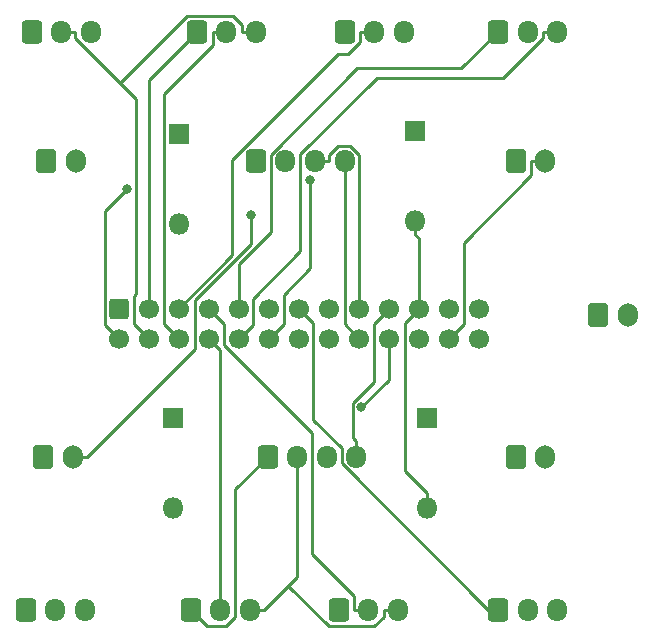
<source format=gbr>
%TF.GenerationSoftware,KiCad,Pcbnew,9.0.4*%
%TF.CreationDate,2025-11-10T14:31:51+11:00*%
%TF.ProjectId,Jet Ranger COM and NAV,4a657420-5261-46e6-9765-7220434f4d20,rev?*%
%TF.SameCoordinates,Original*%
%TF.FileFunction,Copper,L1,Top*%
%TF.FilePolarity,Positive*%
%FSLAX46Y46*%
G04 Gerber Fmt 4.6, Leading zero omitted, Abs format (unit mm)*
G04 Created by KiCad (PCBNEW 9.0.4) date 2025-11-10 14:31:51*
%MOMM*%
%LPD*%
G01*
G04 APERTURE LIST*
G04 Aperture macros list*
%AMRoundRect*
0 Rectangle with rounded corners*
0 $1 Rounding radius*
0 $2 $3 $4 $5 $6 $7 $8 $9 X,Y pos of 4 corners*
0 Add a 4 corners polygon primitive as box body*
4,1,4,$2,$3,$4,$5,$6,$7,$8,$9,$2,$3,0*
0 Add four circle primitives for the rounded corners*
1,1,$1+$1,$2,$3*
1,1,$1+$1,$4,$5*
1,1,$1+$1,$6,$7*
1,1,$1+$1,$8,$9*
0 Add four rect primitives between the rounded corners*
20,1,$1+$1,$2,$3,$4,$5,0*
20,1,$1+$1,$4,$5,$6,$7,0*
20,1,$1+$1,$6,$7,$8,$9,0*
20,1,$1+$1,$8,$9,$2,$3,0*%
G04 Aperture macros list end*
%TA.AperFunction,ComponentPad*%
%ADD10RoundRect,0.250000X-0.600000X-0.750000X0.600000X-0.750000X0.600000X0.750000X-0.600000X0.750000X0*%
%TD*%
%TA.AperFunction,ComponentPad*%
%ADD11O,1.700000X2.000000*%
%TD*%
%TA.AperFunction,ComponentPad*%
%ADD12RoundRect,0.250000X-0.600000X-0.725000X0.600000X-0.725000X0.600000X0.725000X-0.600000X0.725000X0*%
%TD*%
%TA.AperFunction,ComponentPad*%
%ADD13O,1.700000X1.950000*%
%TD*%
%TA.AperFunction,ComponentPad*%
%ADD14R,1.800000X1.800000*%
%TD*%
%TA.AperFunction,ComponentPad*%
%ADD15O,1.800000X1.800000*%
%TD*%
%TA.AperFunction,ComponentPad*%
%ADD16RoundRect,0.250000X-0.600000X0.600000X-0.600000X-0.600000X0.600000X-0.600000X0.600000X0.600000X0*%
%TD*%
%TA.AperFunction,ComponentPad*%
%ADD17C,1.700000*%
%TD*%
%TA.AperFunction,ViaPad*%
%ADD18C,0.800000*%
%TD*%
%TA.AperFunction,Conductor*%
%ADD19C,0.250000*%
%TD*%
G04 APERTURE END LIST*
D10*
%TO.P,SW7,1,1*%
%TO.N,Net-(D4-K)*%
X104000000Y-127500000D03*
D11*
%TO.P,SW7,2,2*%
%TO.N,ROW1*%
X106500000Y-127500000D03*
%TD*%
D12*
%TO.P,RV4,1,1*%
%TO.N,+3.3V*%
X117000000Y-91500000D03*
D13*
%TO.P,RV4,2,2*%
%TO.N,/COMM2_VOL*%
X119500000Y-91500000D03*
%TO.P,RV4,3,3*%
%TO.N,GND*%
X122000000Y-91500000D03*
%TD*%
D12*
%TO.P,RV1,1,1*%
%TO.N,+3.3V*%
X129000000Y-140500000D03*
D13*
%TO.P,RV1,2,2*%
%TO.N,/NAV1_VOL*%
X131500000Y-140500000D03*
%TO.P,RV1,3,3*%
%TO.N,GND*%
X134000000Y-140500000D03*
%TD*%
D14*
%TO.P,D4,1,K*%
%TO.N,Net-(D4-K)*%
X115000000Y-124215000D03*
D15*
%TO.P,D4,2,A*%
%TO.N,COL0*%
X115000000Y-131835000D03*
%TD*%
D12*
%TO.P,SW2,1,1*%
%TO.N,/COMM1_A*%
X142500000Y-91500000D03*
D13*
%TO.P,SW2,2,2*%
%TO.N,GND*%
X145000000Y-91500000D03*
%TO.P,SW2,3,3*%
%TO.N,/COMM1_B*%
X147500000Y-91500000D03*
%TD*%
D12*
%TO.P,J5,1,Pin_1*%
%TO.N,+3.3V*%
X122000000Y-102500000D03*
D13*
%TO.P,J5,2,Pin_2*%
%TO.N,GND*%
X124500000Y-102500000D03*
%TO.P,J5,3,Pin_3*%
%TO.N,COMM_OLED_SC*%
X127000000Y-102500000D03*
%TO.P,J5,4,Pin_4*%
%TO.N,COMM_OLED_SD*%
X129500000Y-102500000D03*
%TD*%
D12*
%TO.P,SW8,1,1*%
%TO.N,/NAV1_A*%
X142500000Y-140500000D03*
D13*
%TO.P,SW8,2,2*%
%TO.N,GND*%
X145000000Y-140500000D03*
%TO.P,SW8,3,3*%
%TO.N,/NAV1_B*%
X147500000Y-140500000D03*
%TD*%
D12*
%TO.P,J3,1,Pin_1*%
%TO.N,+3.3V*%
X123000000Y-127500000D03*
D13*
%TO.P,J3,2,Pin_2*%
%TO.N,GND*%
X125500000Y-127500000D03*
%TO.P,J3,3,Pin_3*%
%TO.N,NAV_OLED_SC*%
X128000000Y-127500000D03*
%TO.P,J3,4,Pin_4*%
%TO.N,NAV_OLED_SD*%
X130500000Y-127500000D03*
%TD*%
D10*
%TO.P,SW5,1,1*%
%TO.N,Net-(D2-K)*%
X104250000Y-102500000D03*
D11*
%TO.P,SW5,2,2*%
%TO.N,ROW3*%
X106750000Y-102500000D03*
%TD*%
D14*
%TO.P,D2,1,K*%
%TO.N,Net-(D2-K)*%
X115500000Y-100190000D03*
D15*
%TO.P,D2,2,A*%
%TO.N,COL0*%
X115500000Y-107810000D03*
%TD*%
D10*
%TO.P,J1,1,Pin_1*%
%TO.N,/+12v-IN*%
X151000000Y-115500000D03*
D11*
%TO.P,J1,2,Pin_2*%
%TO.N,/BACKLIGHT_PANELS*%
X153500000Y-115500000D03*
%TD*%
D14*
%TO.P,D1,1,K*%
%TO.N,Net-(D1-K)*%
X135500000Y-99880000D03*
D15*
%TO.P,D1,2,A*%
%TO.N,COL0*%
X135500000Y-107500000D03*
%TD*%
D12*
%TO.P,RV3,1,1*%
%TO.N,+3.3V*%
X129500000Y-91500000D03*
D13*
%TO.P,RV3,2,2*%
%TO.N,/COMM1_VOL*%
X132000000Y-91500000D03*
%TO.P,RV3,3,3*%
%TO.N,GND*%
X134500000Y-91500000D03*
%TD*%
D12*
%TO.P,RV2,1,1*%
%TO.N,+3.3V*%
X116500000Y-140500000D03*
D13*
%TO.P,RV2,2,2*%
%TO.N,/NAV2_VOL*%
X119000000Y-140500000D03*
%TO.P,RV2,3,3*%
%TO.N,GND*%
X121500000Y-140500000D03*
%TD*%
D14*
%TO.P,D3,1,K*%
%TO.N,Net-(D3-K)*%
X136500000Y-124215000D03*
D15*
%TO.P,D3,2,A*%
%TO.N,COL0*%
X136500000Y-131835000D03*
%TD*%
D12*
%TO.P,SW3,1,1*%
%TO.N,/COMM2_A*%
X103000000Y-91500000D03*
D13*
%TO.P,SW3,2,2*%
%TO.N,GND*%
X105500000Y-91500000D03*
%TO.P,SW3,3,3*%
%TO.N,/COMM2_B*%
X108000000Y-91500000D03*
%TD*%
D12*
%TO.P,SW1,1,1*%
%TO.N,/NAV2_A*%
X102500000Y-140500000D03*
D13*
%TO.P,SW1,2,2*%
%TO.N,GND*%
X105000000Y-140500000D03*
%TO.P,SW1,3,3*%
%TO.N,/NAV2_B*%
X107500000Y-140500000D03*
%TD*%
D10*
%TO.P,SW4,1,1*%
%TO.N,Net-(D1-K)*%
X144000000Y-102500000D03*
D11*
%TO.P,SW4,2,2*%
%TO.N,ROW2*%
X146500000Y-102500000D03*
%TD*%
D10*
%TO.P,SW6,1,1*%
%TO.N,Net-(D3-K)*%
X144000000Y-127500000D03*
D11*
%TO.P,SW6,2,2*%
%TO.N,ROW0*%
X146500000Y-127500000D03*
%TD*%
D16*
%TO.P,J2,1,Pin_1*%
%TO.N,/+12v-IN*%
X110380000Y-114960000D03*
D17*
%TO.P,J2,2,Pin_2*%
%TO.N,/BACKLIGHT_PANELS*%
X110380000Y-117500000D03*
%TO.P,J2,3,Pin_3*%
%TO.N,+3.3V*%
X112920000Y-114960000D03*
%TO.P,J2,4,Pin_4*%
%TO.N,GND*%
X112920000Y-117500000D03*
%TO.P,J2,5,Pin_5*%
%TO.N,/COMM1_VOL*%
X115460000Y-114960000D03*
%TO.P,J2,6,Pin_6*%
%TO.N,/COMM2_VOL*%
X115460000Y-117500000D03*
%TO.P,J2,7,Pin_7*%
%TO.N,/NAV1_VOL*%
X118000000Y-114960000D03*
%TO.P,J2,8,Pin_8*%
%TO.N,/NAV2_VOL*%
X118000000Y-117500000D03*
%TO.P,J2,9,Pin_9*%
%TO.N,/COMM1_A*%
X120540000Y-114960000D03*
%TO.P,J2,10,Pin_10*%
%TO.N,/COMM1_B*%
X120540000Y-117500000D03*
%TO.P,J2,11,Pin_11*%
%TO.N,/COMM2_A*%
X123080000Y-114960000D03*
%TO.P,J2,12,Pin_12*%
%TO.N,/COMM2_B*%
X123080000Y-117500000D03*
%TO.P,J2,13,Pin_13*%
%TO.N,/NAV1_A*%
X125620000Y-114960000D03*
%TO.P,J2,14,Pin_14*%
%TO.N,/NAV1_B*%
X125620000Y-117500000D03*
%TO.P,J2,15,Pin_15*%
%TO.N,/NAV2_A*%
X128160000Y-114960000D03*
%TO.P,J2,16,Pin_16*%
%TO.N,/NAV2_B*%
X128160000Y-117500000D03*
%TO.P,J2,17,Pin_17*%
%TO.N,COMM_OLED_SC*%
X130700000Y-114960000D03*
%TO.P,J2,18,Pin_18*%
%TO.N,COMM_OLED_SD*%
X130700000Y-117500000D03*
%TO.P,J2,19,Pin_19*%
%TO.N,NAV_OLED_SD*%
X133240000Y-114960000D03*
%TO.P,J2,20,Pin_20*%
%TO.N,NAV_OLED_SC*%
X133240000Y-117500000D03*
%TO.P,J2,21,Pin_21*%
%TO.N,COL0*%
X135780000Y-114960000D03*
%TO.P,J2,22,Pin_22*%
%TO.N,ROW0*%
X135780000Y-117500000D03*
%TO.P,J2,23,Pin_23*%
%TO.N,ROW1*%
X138320000Y-114960000D03*
%TO.P,J2,24,Pin_24*%
%TO.N,ROW2*%
X138320000Y-117500000D03*
%TO.P,J2,25,Pin_25*%
%TO.N,ROW3*%
X140860000Y-114960000D03*
%TO.P,J2,26,Pin_26*%
%TO.N,unconnected-(J2-Pin_26-Pad26)*%
X140860000Y-117500000D03*
%TD*%
D18*
%TO.N,/BACKLIGHT_PANELS*%
X111088700Y-104826500D03*
%TO.N,/COMM2_B*%
X126613600Y-104088200D03*
%TO.N,NAV_OLED_SC*%
X130928000Y-123277400D03*
%TO.N,ROW1*%
X121594800Y-107063800D03*
%TD*%
D19*
%TO.N,/NAV1_VOL*%
X130324900Y-139324900D02*
X130324900Y-140500000D01*
X126750000Y-135750000D02*
X130324900Y-139324900D01*
X126750000Y-125492600D02*
X126750000Y-135750000D01*
X119270000Y-118012600D02*
X126750000Y-125492600D01*
X119270000Y-116230000D02*
X119270000Y-118012600D01*
X118000000Y-114960000D02*
X119270000Y-116230000D01*
X131500000Y-140500000D02*
X130324900Y-140500000D01*
%TO.N,/NAV1_A*%
X141682800Y-140500000D02*
X142500000Y-140500000D01*
X129250000Y-128067200D02*
X141682800Y-140500000D01*
X129250000Y-126800500D02*
X129250000Y-128067200D01*
X126830400Y-124380900D02*
X129250000Y-126800500D01*
X126830400Y-116170400D02*
X126830400Y-124380900D01*
X125620000Y-114960000D02*
X126830400Y-116170400D01*
%TO.N,/BACKLIGHT_PANELS*%
X109203800Y-106711400D02*
X111088700Y-104826500D01*
X109203800Y-116323800D02*
X109203800Y-106711400D01*
X110380000Y-117500000D02*
X109203800Y-116323800D01*
%TO.N,/COMM2_B*%
X126613600Y-111521200D02*
X126613600Y-104088200D01*
X124350000Y-113784800D02*
X126613600Y-111521200D01*
X124350000Y-116230000D02*
X124350000Y-113784800D01*
X123080000Y-117500000D02*
X124350000Y-116230000D01*
%TO.N,/COMM1_A*%
X139392300Y-94607700D02*
X142500000Y-91500000D01*
X130599200Y-94607700D02*
X139392300Y-94607700D01*
X123250500Y-101956400D02*
X130599200Y-94607700D01*
X123250500Y-108460200D02*
X123250500Y-101956400D01*
X120540000Y-111170700D02*
X123250500Y-108460200D01*
X120540000Y-114960000D02*
X120540000Y-111170700D01*
%TO.N,ROW2*%
X145324900Y-103675100D02*
X145324900Y-102500000D01*
X139590000Y-109410000D02*
X145324900Y-103675100D01*
X139590000Y-116230000D02*
X139590000Y-109410000D01*
X138320000Y-117500000D02*
X139590000Y-116230000D01*
X146500000Y-102500000D02*
X145324900Y-102500000D01*
%TO.N,+3.3V*%
X112920000Y-95580000D02*
X117000000Y-91500000D01*
X112920000Y-114960000D02*
X112920000Y-95580000D01*
X117817000Y-141817000D02*
X116500000Y-140500000D01*
X119484400Y-141817000D02*
X117817000Y-141817000D01*
X120250000Y-141051400D02*
X119484400Y-141817000D01*
X120250000Y-130250000D02*
X120250000Y-141051400D01*
X123000000Y-127500000D02*
X120250000Y-130250000D01*
%TO.N,/COMM1_B*%
X146324900Y-92035500D02*
X146324900Y-91500000D01*
X142956300Y-95404100D02*
X146324900Y-92035500D01*
X132241700Y-95404100D02*
X142956300Y-95404100D01*
X125750000Y-101895800D02*
X132241700Y-95404100D01*
X125750000Y-110068200D02*
X125750000Y-101895800D01*
X121715100Y-114103100D02*
X125750000Y-110068200D01*
X121715100Y-116324900D02*
X121715100Y-114103100D01*
X120540000Y-117500000D02*
X121715100Y-116324900D01*
X147500000Y-91500000D02*
X146324900Y-91500000D01*
%TO.N,NAV_OLED_SC*%
X133240000Y-120965400D02*
X130928000Y-123277400D01*
X133240000Y-117500000D02*
X133240000Y-120965400D01*
%TO.N,NAV_OLED_SD*%
X130500000Y-127500000D02*
X130500000Y-126199900D01*
X130202900Y-125902800D02*
X130500000Y-126199900D01*
X130202900Y-122977100D02*
X130202900Y-125902800D01*
X131970000Y-121210000D02*
X130202900Y-122977100D01*
X131970000Y-116230000D02*
X131970000Y-121210000D01*
X133240000Y-114960000D02*
X131970000Y-116230000D01*
%TO.N,ROW1*%
X106500000Y-127500000D02*
X107675100Y-127500000D01*
X116824800Y-118350300D02*
X107675100Y-127500000D01*
X116824800Y-114231900D02*
X116824800Y-118350300D01*
X121594800Y-109461900D02*
X116824800Y-114231900D01*
X121594800Y-107063800D02*
X121594800Y-109461900D01*
%TO.N,GND*%
X121500000Y-140500000D02*
X122675100Y-140500000D01*
X134000000Y-140500000D02*
X132824900Y-140500000D01*
X132824900Y-141035500D02*
X132824900Y-140500000D01*
X132013900Y-141846500D02*
X132824900Y-141035500D01*
X128170700Y-141846500D02*
X132013900Y-141846500D01*
X124749700Y-138425400D02*
X128170700Y-141846500D01*
X125500000Y-137675100D02*
X124749700Y-138425400D01*
X125500000Y-127500000D02*
X125500000Y-137675100D01*
X124749700Y-138425400D02*
X122675100Y-140500000D01*
X105500000Y-91500000D02*
X106675100Y-91500000D01*
X122000000Y-91500000D02*
X120824900Y-91500000D01*
X116138000Y-90195500D02*
X110497300Y-95836200D01*
X120034500Y-90195500D02*
X116138000Y-90195500D01*
X120824900Y-90985900D02*
X120034500Y-90195500D01*
X120824900Y-91500000D02*
X120824900Y-90985900D01*
X106675100Y-92014100D02*
X110497300Y-95836200D01*
X106675100Y-91500000D02*
X106675100Y-92014100D01*
X111703200Y-116283200D02*
X112920000Y-117500000D01*
X111703200Y-113907000D02*
X111703200Y-116283200D01*
X111856100Y-113754100D02*
X111703200Y-113907000D01*
X111856100Y-97195100D02*
X111856100Y-113754100D01*
X110497300Y-95836200D02*
X111856100Y-97195100D01*
%TO.N,/COMM2_VOL*%
X118324900Y-92675100D02*
X118324900Y-91500000D01*
X114244900Y-96755100D02*
X118324900Y-92675100D01*
X114244900Y-116284900D02*
X114244900Y-96755100D01*
X115460000Y-117500000D02*
X114244900Y-116284900D01*
X119500000Y-91500000D02*
X118324900Y-91500000D01*
%TO.N,/NAV2_VOL*%
X119000000Y-140500000D02*
X119000000Y-139199900D01*
X119000000Y-118500000D02*
X118000000Y-117500000D01*
X119000000Y-139199900D02*
X119000000Y-118500000D01*
%TO.N,/COMM1_VOL*%
X132000000Y-91500000D02*
X130824900Y-91500000D01*
X119987600Y-110432400D02*
X115460000Y-114960000D01*
X119987600Y-102365600D02*
X119987600Y-110432400D01*
X128969200Y-93384000D02*
X119987600Y-102365600D01*
X129834400Y-93384000D02*
X128969200Y-93384000D01*
X130824900Y-92393500D02*
X129834400Y-93384000D01*
X130824900Y-91500000D02*
X130824900Y-92393500D01*
%TO.N,COMM_OLED_SC*%
X128175100Y-101964500D02*
X128175100Y-102500000D01*
X128966100Y-101173500D02*
X128175100Y-101964500D01*
X129963100Y-101173500D02*
X128966100Y-101173500D01*
X130700000Y-101910400D02*
X129963100Y-101173500D01*
X130700000Y-114960000D02*
X130700000Y-101910400D01*
X127000000Y-102500000D02*
X128175100Y-102500000D01*
%TO.N,COMM_OLED_SD*%
X129500000Y-116300000D02*
X129500000Y-102500000D01*
X130700000Y-117500000D02*
X129500000Y-116300000D01*
%TO.N,COL0*%
X135500000Y-107500000D02*
X135500000Y-108725100D01*
X136500000Y-131835000D02*
X136500000Y-130609900D01*
X135780000Y-109005100D02*
X135780000Y-114960000D01*
X135500000Y-108725100D02*
X135780000Y-109005100D01*
X134602600Y-128712500D02*
X136500000Y-130609900D01*
X134602600Y-116137400D02*
X134602600Y-128712500D01*
X135780000Y-114960000D02*
X134602600Y-116137400D01*
%TD*%
M02*

</source>
